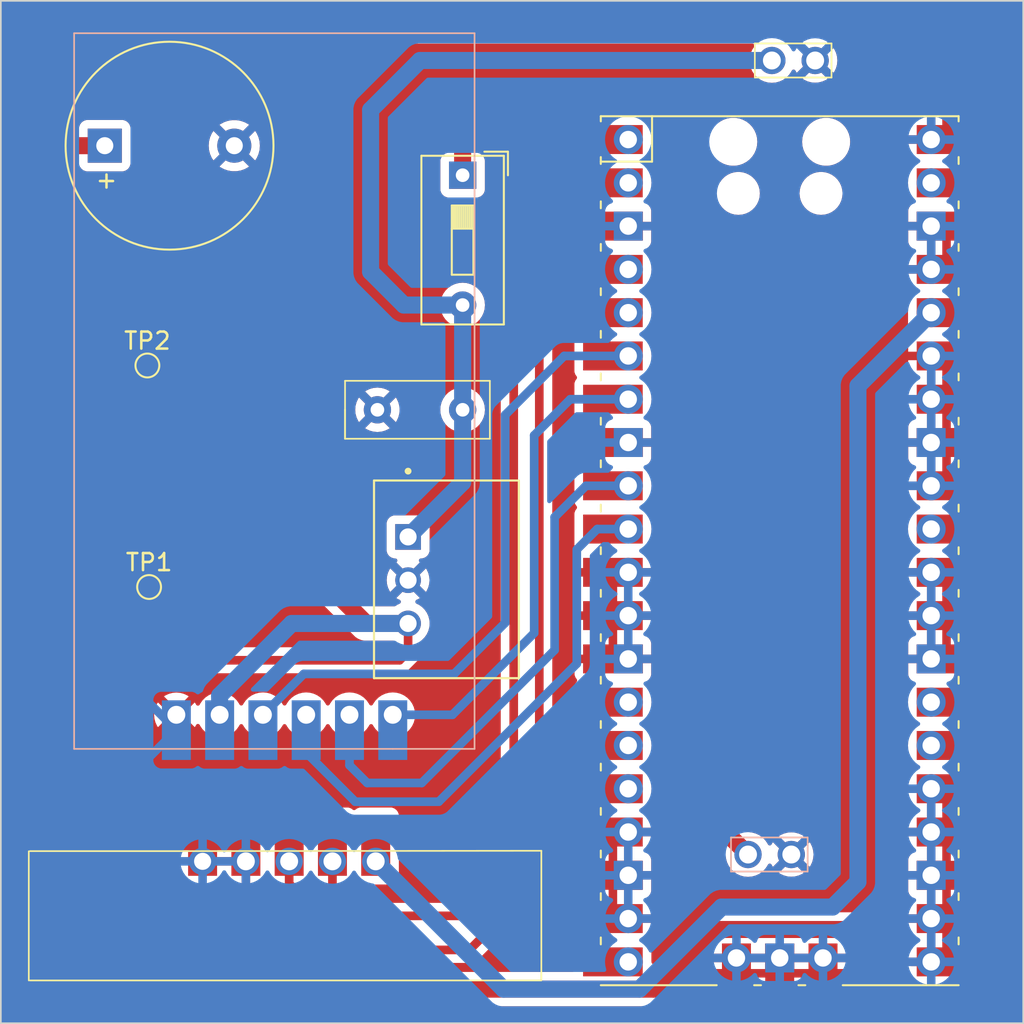
<source format=kicad_pcb>
(kicad_pcb (version 20240108) (generator "pcbnew") (generator_version "8.0")
  (title_block (title "SCALARV_AEROSAT_BOARD") (rev "v01") (comment 4 "Florian Topeza"))
  (layers (0 "F.Cu" signal) (31 "B.Cu" signal) (34 "B.Paste" user) (35 "F.Paste" user) (36 "B.SilkS" user "B.Silkscreen") (37 "F.SilkS" user "F.Silkscreen") (38 "B.Mask" user) (39 "F.Mask" user) (44 "Edge.Cuts" user))
  (net 0 "")
  (net 1 "/BUZZER")
  (net 2 "GND")
  (net 3 "+BATT")
  (net 4 "Net-(J1-Pin_1)")
  (net 5 "+5V")
  (net 6 "/GPS_TX")
  (net 7 "/GPS_RX")
  (net 8 "/LoRa_BUSY")
  (net 9 "/LoRa_CS")
  (net 10 "/SD_MISO")
  (net 11 "/SD_CS")
  (net 12 "/SD_CLK")
  (net 13 "/SD_MOSI")
  (net 14 "/LoRa_CLK")
  (net 15 "/LoRa_MOSI")
  (net 16 "/LoRa_MISO")
  (net 17 "/LORA_RST")
  (net 18 "/LORA_DIO1")
  (net 19 "/BAT_AD")
  (net 20 "+3.3V")
  (footprint "Librairie_empreintes_test:Battery_connector" (layer "F.Cu") (at 143.85 100.1)
    (property "Reference" "REF**" (hide yes))
    (property "Value" "Battery_connector" (hide yes))
    (fp_line (start -1 -1) (end 3.5 -1) (stroke (width 0.1)) (layer "B.SilkS"))
    (fp_line (start -1 1) (end -1 -1) (stroke (width 0.1)) (layer "B.SilkS"))
    (fp_line (start 3.5 -1) (end 3.5 1) (stroke (width 0.1)) (layer "B.SilkS"))
    (fp_line (start 3.5 1) (end -1 1) (stroke (width 0.1)) (layer "B.SilkS"))
    (pad "1" thru_hole circle (at 0 0) (size 1.6 1.6) (drill 1.05) (layers "*.Cu" "*.Mask") (net 3 "+BATT"))
    (pad "2" thru_hole circle (at 2.54 0) (size 1.6 1.6) (drill 1.05) (layers "*.Cu" "*.Mask") (net 2 "GND"))
  )
  (footprint "TDK_capacitors:FA23" (layer "F.Cu") (at 127.1 74 180)
    (property "Reference" "C1" (hide yes))
    (property "Value" "10µF" (hide yes))
    (fp_line (start 6.9 0) (end 6.9 1.7) (stroke (width 0.1)) (layer "F.SilkS"))
    (fp_line (start 6.9 0) (end 6.9 -1.7) (stroke (width 0.1)) (layer "F.SilkS"))
    (fp_line (start 6.9 -1.7) (end 6.9 0) (stroke (width 0.1)) (layer "F.SilkS"))
    (fp_line (start -1.6 1.7) (end 6.9 1.7) (stroke (width 0.1)) (layer "F.SilkS"))
    (fp_line (start -1.6 -1.7) (end 6.9 -1.7) (stroke (width 0.1)) (layer "F.SilkS"))
    (fp_line (start -1.6 -1.7) (end -1.6 1.7) (stroke (width 0.1)) (layer "F.SilkS"))
    (pad "1" thru_hole circle (at 0 0 180) (size 1.6 1.6) (drill 0.8) (layers "*.Cu" "*.Mask") (net 4 "Net-(J1-Pin_1)"))
    (pad "2" thru_hole circle (at 5 0 180) (size 1.6 1.6) (drill 0.8) (layers "*.Cu" "*.Mask") (net 2 "GND"))
  )
  (footprint "Catalex_microSD_adaptater:Catalex_microSD_adaptater" (layer "F.Cu") (at 123 91.9 -90)
    (property "Reference" "Micro_SD_Card1" (hide yes))
    (property "Value" "~Micro SD Card adapter" (hide yes))
    (fp_line (start -40 18.7) (end 2 18.7) (stroke (width 0.1)) (layer "B.SilkS"))
    (fp_line (start 2 18.7) (end 2 0) (stroke (width 0.1)) (layer "B.SilkS"))
    (fp_line (start 2 0) (end 2 -4.8) (stroke (width 0.1)) (layer "B.SilkS"))
    (fp_line (start -40 -4.8) (end -40 18.7) (stroke (width 0.1)) (layer "B.SilkS"))
    (fp_line (start 2 -4.8) (end -40 -4.8) (stroke (width 0.1)) (layer "B.SilkS"))
    (pad "1" thru_hole circle (at 0 0 270) (size 1.6 1.6) (drill 1.05) (layers "*.Cu" "*.Mask") (net 11 "/SD_CS"))
    (pad "1" smd rect (at 0 0 270) (size 3.5 1.7) (drill (offset 0.9 0)) (layers "B.Cu" "B.Mask") (net 11 "/SD_CS"))
    (pad "2" thru_hole circle (at 0 2.54 270) (size 1.6 1.6) (drill 1.05) (layers "*.Cu" "*.Mask") (net 12 "/SD_CLK"))
    (pad "2" smd rect (at 0 2.54 270) (size 3.5 1.7) (drill (offset 0.9 0)) (layers "B.Cu" "B.Mask") (net 12 "/SD_CLK"))
    (pad "3" thru_hole circle (at 0 5.08 270) (size 1.6 1.6) (drill 1.05) (layers "*.Cu" "*.Mask") (net 13 "/SD_MOSI"))
    (pad "3" smd rect (at 0 5.08 270) (size 3.5 1.7) (drill (offset 0.9 0)) (layers "B.Cu" "B.Mask") (net 13 "/SD_MOSI"))
    (pad "4" thru_hole circle (at 0 7.62 270) (size 1.6 1.6) (drill 1.05) (layers "*.Cu" "*.Mask") (net 10 "/SD_MISO"))
    (pad "4" smd rect (at 0 7.62 270) (size 3.5 1.7) (drill (offset 0.9 0)) (layers "B.Cu" "B.Mask") (net 10 "/SD_MISO"))
    (pad "5" thru_hole circle (at 0 10.16 270) (size 1.6 1.6) (drill 1.05) (layers "*.Cu" "*.Mask") (net 5 "+5V"))
    (pad "5" smd rect (at 0 10.16 270) (size 3.5 1.7) (drill (offset 0.9 0)) (layers "B.Cu" "B.Mask") (net 5 "+5V"))
    (pad "6" thru_hole circle (at 0 12.7 270) (size 1.6 1.6) (drill 1.05) (layers "*.Cu" "*.Mask") (net 2 "GND"))
    (pad "6" smd rect (at 0 12.7 270) (size 3.5 1.7) (drill (offset 0.9 0)) (layers "B.Cu" "B.Mask") (net 2 "GND"))
  )
  (footprint "TestPoint:TestPoint_Pad_D1.0mm" (layer "F.Cu") (at 108.7 84.4)
    (property "Reference" "TP1" (at 0 -1.448 0) (layer "F.SilkS"))
    (property "Value" "TestPoint" (hide yes))
    (fp_circle (center 0 0) (end 0 0.7) (stroke (width 0.12)) (fill none) (layer "F.SilkS"))
    (pad "1" smd circle (at 0 0) (size 1 1) (layers "F.Cu" "F.Mask") (net 5 "+5V"))
  )
  (footprint "Button_Switch_THT:SW_DIP_SPSTx01_Slide_9.78x4.72mm_W7.62mm_P2.54mm" (layer "F.Cu") (at 127.1 60.2325 -90)
    (property "Reference" "SW1" (hide yes))
    (property "Value" "SW_DIP_x01" (hide yes))
    (fp_line (start -1.14 2.42) (end 8.76 2.42) (stroke (width 0.12)) (layer "F.SilkS"))
    (fp_line (start 1.78 0.635) (end 5.84 0.635) (stroke (width 0.12)) (layer "F.SilkS"))
    (fp_line (start 5.84 0.635) (end 5.84 -0.635) (stroke (width 0.12)) (layer "F.SilkS"))
    (fp_line (start 1.78 0.565) (end 3.133333 0.565) (stroke (width 0.12)) (layer "F.SilkS"))
    (fp_line (start 1.78 0.445) (end 3.133333 0.445) (stroke (width 0.12)) (layer "F.SilkS"))
    (fp_line (start 1.78 0.325) (end 3.133333 0.325) (stroke (width 0.12)) (layer "F.SilkS"))
    (fp_line (start 1.78 0.205) (end 3.133333 0.205) (stroke (width 0.12)) (layer "F.SilkS"))
    (fp_line (start 1.78 0.085) (end 3.133333 0.085) (stroke (width 0.12)) (layer "F.SilkS"))
    (fp_line (start 1.78 -0.035) (end 3.133333 -0.035) (stroke (width 0.12)) (layer "F.SilkS"))
    (fp_line (start 1.78 -0.155) (end 3.133333 -0.155) (stroke (width 0.12)) (layer "F.SilkS"))
    (fp_line (start 1.78 -0.275) (end 3.133333 -0.275) (stroke (width 0.12)) (layer "F.SilkS"))
    (fp_line (start 1.78 -0.395) (end 3.133333 -0.395) (stroke (width 0.12)) (layer "F.SilkS"))
    (fp_line (start 1.78 -0.515) (end 3.133333 -0.515) (stroke (width 0.12)) (layer "F.SilkS"))
    (fp_line (start 1.78 -0.635) (end 1.78 0.635) (stroke (width 0.12)) (layer "F.SilkS"))
    (fp_line (start 3.133333 -0.635) (end 3.133333 0.635) (stroke (width 0.12)) (layer "F.SilkS"))
    (fp_line (start 5.84 -0.635) (end 1.78 -0.635) (stroke (width 0.12)) (layer "F.SilkS"))
    (fp_line (start -1.14 -2.42) (end -1.14 2.42) (stroke (width 0.12)) (layer "F.SilkS"))
    (fp_line (start -1.14 -2.42) (end 8.76 -2.42) (stroke (width 0.12)) (layer "F.SilkS"))
    (fp_line (start 8.76 -2.42) (end 8.76 2.42) (stroke (width 0.12)) (layer "F.SilkS"))
    (fp_line (start -1.38 -2.66) (end -1.38 -1.277) (stroke (width 0.12)) (layer "F.SilkS"))
    (fp_line (start -1.38 -2.66) (end 0.004 -2.66) (stroke (width 0.12)) (layer "F.SilkS"))
    (pad "1" thru_hole rect (at 0 0 270) (size 1.6 1.6) (drill 0.8) (layers "*.Cu" "*.Mask") (net 3 "+BATT"))
    (pad "2" thru_hole oval (at 7.62 0 270) (size 1.6 1.6) (drill 0.8) (layers "*.Cu" "*.Mask") (net 4 "Net-(J1-Pin_1)"))
  )
  (footprint "LS20031_GPS:LS20031_GPS_Vertical" (layer "F.Cu") (at 111.84 100.5 90)
    (property "Reference" "LS20031_GPS_TTL1" (hide yes))
    (property "Value" "GPS" (hide yes))
    (fp_line (start 0.59 -10.2) (end -6.99 -10.2) (stroke (width 0.1)) (layer "F.SilkS"))
    (fp_line (start -6.99 -10.13) (end -6.99 19.88) (stroke (width 0.1)) (layer "F.SilkS"))
    (fp_line (start 0.6 -0.8) (end 0.6 -10.13) (stroke (width 0.1)) (layer "F.SilkS"))
    (fp_line (start 0.62 19.88) (end 0.6 -0.8) (stroke (width 0.1)) (layer "F.SilkS"))
    (fp_line (start -6.98 19.88) (end 0.62 19.88) (stroke (width 0.1)) (layer "F.SilkS"))
    (pad "1" thru_hole circle (at 0 10.16 270) (size 1.6 1.6) (drill 1.05) (layers "*.Cu" "*.Mask") (net 20 "+3.3V"))
    (pad "1" smd rect (at 0 10.16 270) (size 3.5 1.7) (drill (offset -0.9 0)) (layers "F.Cu" "F.Mask") (net 20 "+3.3V"))
    (pad "2" thru_hole circle (at 0 7.62 270) (size 1.6 1.6) (drill 1.05) (layers "*.Cu" "*.Mask") (net 6 "/GPS_TX"))
    (pad "2" smd rect (at 0 7.62 270) (size 3.5 1.7) (drill (offset -0.9 0)) (layers "F.Cu" "F.Mask") (net 6 "/GPS_TX"))
    (pad "3" thru_hole circle (at 0 5.08 270) (size 1.6 1.6) (drill 1.05) (layers "*.Cu" "*.Mask") (net 7 "/GPS_RX"))
    (pad "3" smd rect (at 0 5.08 270) (size 3.5 1.7) (drill (offset -0.9 0)) (layers "F.Cu" "F.Mask") (net 7 "/GPS_RX"))
    (pad "4" thru_hole circle (at 0 2.54 270) (size 1.6 1.6) (drill 1.05) (layers "*.Cu" "*.Mask") (net 2 "GND"))
    (pad "4" smd rect (at 0 2.54 270) (size 3.5 1.7) (drill (offset -0.9 0)) (layers "F.Cu" "F.Mask") (net 2 "GND"))
    (pad "5" thru_hole circle (at 0 0 270) (size 1.6 1.6) (drill 1) (layers "*.Cu" "*.Mask") (net 2 "GND"))
    (pad "5" smd rect (at 0 0 270) (size 3.5 1.7) (drill (offset -0.9 0)) (layers "F.Cu" "F.Mask") (net 2 "GND"))
  )
  (footprint "RPi_Pico:RPi_Pico_SMD_TH" (layer "F.Cu") (at 145.71 82.27)
    (property "Reference" "Raspberry_Pico1" (hide yes))
    (property "Value" "~RP Pico" (hide yes))
    (fp_line (start -10.5 -25.5) (end -10.5 -25.2) (stroke (width 0.12)) (layer "F.SilkS"))
    (fp_line (start -10.5 -25.5) (end 10.5 -25.5) (stroke (width 0.12)) (layer "F.SilkS"))
    (fp_line (start -10.5 -23.1) (end -10.5 -22.7) (stroke (width 0.12)) (layer "F.SilkS"))
    (fp_line (start -10.5 -22.833) (end -7.493 -22.833) (stroke (width 0.12)) (layer "F.SilkS"))
    (fp_line (start -10.5 -20.5) (end -10.5 -20.1) (stroke (width 0.12)) (layer "F.SilkS"))
    (fp_line (start -10.5 -18) (end -10.5 -17.6) (stroke (width 0.12)) (layer "F.SilkS"))
    (fp_line (start -10.5 -15.4) (end -10.5 -15) (stroke (width 0.12)) (layer "F.SilkS"))
    (fp_line (start -10.5 -12.9) (end -10.5 -12.5) (stroke (width 0.12)) (layer "F.SilkS"))
    (fp_line (start -10.5 -10.4) (end -10.5 -10) (stroke (width 0.12)) (layer "F.SilkS"))
    (fp_line (start -10.5 -7.8) (end -10.5 -7.4) (stroke (width 0.12)) (layer "F.SilkS"))
    (fp_line (start -10.5 -5.3) (end -10.5 -4.9) (stroke (width 0.12)) (layer "F.SilkS"))
    (fp_line (start -10.5 -2.7) (end -10.5 -2.3) (stroke (width 0.12)) (layer "F.SilkS"))
    (fp_line (start -10.5 -0.2) (end -10.5 0.2) (stroke (width 0.12)) (layer "F.SilkS"))
    (fp_line (start -10.5 2.3) (end -10.5 2.7) (stroke (width 0.12)) (layer "F.SilkS"))
    (fp_line (start -10.5 4.9) (end -10.5 5.3) (stroke (width 0.12)) (layer "F.SilkS"))
    (fp_line (start -10.5 7.4) (end -10.5 7.8) (stroke (width 0.12)) (layer "F.SilkS"))
    (fp_line (start -10.5 10) (end -10.5 10.4) (stroke (width 0.12)) (layer "F.SilkS"))
    (fp_line (start -10.5 12.5) (end -10.5 12.9) (stroke (width 0.12)) (layer "F.SilkS"))
    (fp_line (start -10.5 15.1) (end -10.5 15.5) (stroke (width 0.12)) (layer "F.SilkS"))
    (fp_line (start -10.5 17.6) (end -10.5 18) (stroke (width 0.12)) (layer "F.SilkS"))
    (fp_line (start -10.5 20.1) (end -10.5 20.5) (stroke (width 0.12)) (layer "F.SilkS"))
    (fp_line (start -10.5 22.7) (end -10.5 23.1) (stroke (width 0.12)) (layer "F.SilkS"))
    (fp_line (start -7.493 -22.833) (end -7.493 -25.5) (stroke (width 0.12)) (layer "F.SilkS"))
    (fp_line (start -3.7 25.5) (end -10.5 25.5) (stroke (width 0.12)) (layer "F.SilkS"))
    (fp_line (start -1.5 25.5) (end -1.1 25.5) (stroke (width 0.12)) (layer "F.SilkS"))
    (fp_line (start 1.1 25.5) (end 1.5 25.5) (stroke (width 0.12)) (layer "F.SilkS"))
    (fp_line (start 10.5 -25.5) (end 10.5 -25.2) (stroke (width 0.12)) (layer "F.SilkS"))
    (fp_line (start 10.5 -23.1) (end 10.5 -22.7) (stroke (width 0.12)) (layer "F.SilkS"))
    (fp_line (start 10.5 -20.5) (end 10.5 -20.1) (stroke (width 0.12)) (layer "F.SilkS"))
    (fp_line (start 10.5 -18) (end 10.5 -17.6) (stroke (width 0.12)) (layer "F.SilkS"))
    (fp_line (start 10.5 -15.4) (end 10.5 -15) (stroke (width 0.12)) (layer "F.SilkS"))
    (fp_line (start 10.5 -12.9) (end 10.5 -12.5) (stroke (width 0.12)) (layer "F.SilkS"))
    (fp_line (start 10.5 -10.4) (end 10.5 -10) (stroke (width 0.12)) (layer "F.SilkS"))
    (fp_line (start 10.5 -7.8) (end 10.5 -7.4) (stroke (width 0.12)) (layer "F.SilkS"))
    (fp_line (start 10.5 -5.3) (end 10.5 -4.9) (stroke (width 0.12)) (layer "F.SilkS"))
    (fp_line (start 10.5 -2.7) (end 10.5 -2.3) (stroke (width 0.12)) (layer "F.SilkS"))
    (fp_line (start 10.5 -0.2) (end 10.5 0.2) (stroke (width 0.12)) (layer "F.SilkS"))
    (fp_line (start 10.5 2.3) (end 10.5 2.7) (stroke (width 0.12)) (layer "F.SilkS"))
    (fp_line (start 10.5 4.9) (end 10.5 5.3) (stroke (width 0.12)) (layer "F.SilkS"))
    (fp_line (start 10.5 7.4) (end 10.5 7.8) (stroke (width 0.12)) (layer "F.SilkS"))
    (fp_line (start 10.5 10) (end 10.5 10.4) (stroke (width 0.12)) (layer "F.SilkS"))
    (fp_line (start 10.5 12.5) (end 10.5 12.9) (stroke (width 0.12)) (layer "F.SilkS"))
    (fp_line (start 10.5 15.1) (end 10.5 15.5) (stroke (width 0.12)) (layer "F.SilkS"))
    (fp_line (start 10.5 17.6) (end 10.5 18) (stroke (width 0.12)) (layer "F.SilkS"))
    (fp_line (start 10.5 20.1) (end 10.5 20.5) (stroke (width 0.12)) (layer "F.SilkS"))
    (fp_line (start 10.5 22.7) (end 10.5 23.1) (stroke (width 0.12)) (layer "F.SilkS"))
    (fp_line (start 10.5 25.5) (end 3.7 25.5) (stroke (width 0.12)) (layer "F.SilkS"))
    (pad "" np_thru_hole oval (at -2.725 -24) (size 1.8 1.8) (drill 1.8) (layers "*.Cu" "*.Mask"))
    (pad "" np_thru_hole oval (at -2.425 -20.97) (size 1.5 1.5) (drill 1.5) (layers "*.Cu" "*.Mask"))
    (pad "" np_thru_hole oval (at 2.425 -20.97) (size 1.5 1.5) (drill 1.5) (layers "*.Cu" "*.Mask"))
    (pad "" np_thru_hole oval (at 2.725 -24) (size 1.8 1.8) (drill 1.8) (layers "*.Cu" "*.Mask"))
    (pad "1" thru_hole oval (at -8.89 -24.13) (size 1.7 1.7) (drill 1.02) (layers "*.Cu" "*.Mask") (net 6 "/GPS_TX"))
    (pad "1" smd rect (at -8.89 -24.13) (size 3.5 1.7) (drill (offset -0.9 0)) (layers "F.Cu" "F.Mask") (net 6 "/GPS_TX"))
    (pad "2" thru_hole oval (at -8.89 -21.59) (size 1.7 1.7) (drill 1.02) (layers "*.Cu" "*.Mask") (net 7 "/GPS_RX"))
    (pad "2" smd rect (at -8.89 -21.59) (size 3.5 1.7) (drill (offset -0.9 0)) (layers "F.Cu" "F.Mask") (net 7 "/GPS_RX"))
    (pad "3" thru_hole rect (at -8.89 -19.05) (size 1.7 1.7) (drill 1.02) (layers "*.Cu" "*.Mask") (net 2 "GND"))
    (pad "3" smd rect (at -8.89 -19.05) (size 3.5 1.7) (drill (offset -0.9 0)) (layers "F.Cu" "F.Mask") (net 2 "GND"))
    (pad "4" thru_hole oval (at -8.89 -16.51) (size 1.7 1.7) (drill 1.02) (layers "*.Cu" "*.Mask") (net 8 "/LoRa_BUSY"))
    (pad "4" smd rect (at -8.89 -16.51) (size 3.5 1.7) (drill (offset -0.9 0)) (layers "F.Cu" "F.Mask") (net 8 "/LoRa_BUSY"))
    (pad "5" thru_hole oval (at -8.89 -13.97) (size 1.7 1.7) (drill 1.02) (layers "*.Cu" "*.Mask") (net 9 "/LoRa_CS"))
    (pad "5" smd rect (at -8.89 -13.97) (size 3.5 1.7) (drill (offset -0.9 0)) (layers "F.Cu" "F.Mask") (net 9 "/LoRa_CS"))
    (pad "6" thru_hole oval (at -8.89 -11.43) (size 1.7 1.7) (drill 1.02) (layers "*.Cu" "*.Mask") (net 10 "/SD_MISO"))
    (pad "6" smd rect (at -8.89 -11.43) (size 3.5 1.7) (drill (offset -0.9 0)) (layers "F.Cu" "F.Mask") (net 10 "/SD_MISO"))
    (pad "7" thru_hole oval (at -8.89 -8.89) (size 1.7 1.7) (drill 1.02) (layers "*.Cu" "*.Mask") (net 11 "/SD_CS"))
    (pad "7" smd rect (at -8.89 -8.89) (size 3.5 1.7) (drill (offset -0.9 0)) (layers "F.Cu" "F.Mask") (net 11 "/SD_CS"))
    (pad "8" thru_hole rect (at -8.89 -6.35) (size 1.7 1.7) (drill 1.02) (layers "*.Cu" "*.Mask") (net 2 "GND"))
    (pad "8" smd rect (at -8.89 -6.35) (size 3.5 1.7) (drill (offset -0.9 0)) (layers "F.Cu" "F.Mask") (net 2 "GND"))
    (pad "9" thru_hole oval (at -8.89 -3.81) (size 1.7 1.7) (drill 1.02) (layers "*.Cu" "*.Mask") (net 12 "/SD_CLK"))
    (pad "9" smd rect (at -8.89 -3.81) (size 3.5 1.7) (drill (offset -0.9 0)) (layers "F.Cu" "F.Mask") (net 12 "/SD_CLK"))
    (pad "10" thru_hole oval (at -8.89 -1.27) (size 1.7 1.7) (drill 1.02) (layers "*.Cu" "*.Mask") (net 13 "/SD_MOSI"))
    (pad "10" smd rect (at -8.89 -1.27) (size 3.5 1.7) (drill (offset -0.9 0)) (layers "F.Cu" "F.Mask") (net 13 "/SD_MOSI"))
    (pad "11" thru_hole oval (at -8.89 1.27) (size 1.7 1.7) (drill 1.02) (layers "*.Cu" "*.Mask") (net 2 "GND"))
    (pad "11" smd rect (at -8.89 1.27) (size 3.5 1.7) (drill (offset -0.9 0)) (layers "F.Cu" "F.Mask") (net 2 "GND"))
    (pad "12" thru_hole oval (at -8.89 3.81) (size 1.7 1.7) (drill 1.02) (layers "*.Cu" "*.Mask") (net 2 "GND"))
    (pad "12" smd rect (at -8.89 3.81) (size 3.5 1.7) (drill (offset -0.9 0)) (layers "F.Cu" "F.Mask") (net 2 "GND"))
    (pad "13" thru_hole rect (at -8.89 6.35) (size 1.7 1.7) (drill 1.02) (layers "*.Cu" "*.Mask") (net 2 "GND"))
    (pad "13" smd rect (at -8.89 6.35) (size 3.5 1.7) (drill (offset -0.9 0)) (layers "F.Cu" "F.Mask") (net 2 "GND"))
    (pad "14" thru_hole oval (at -8.89 8.89) (size 1.7 1.7) (drill 1.02) (layers "*.Cu" "*.Mask") (net 14 "/LoRa_CLK"))
    (pad "14" smd rect (at -8.89 8.89) (size 3.5 1.7) (drill (offset -0.9 0)) (layers "F.Cu" "F.Mask") (net 14 "/LoRa_CLK"))
    (pad "15" thru_hole oval (at -8.89 11.43) (size 1.7 1.7) (drill 1.02) (layers "*.Cu" "*.Mask") (net 15 "/LoRa_MOSI"))
    (pad "15" smd rect (at -8.89 11.43) (size 3.5 1.7) (drill (offset -0.9 0)) (layers "F.Cu" "F.Mask") (net 15 "/LoRa_MOSI"))
    (pad "16" thru_hole oval (at -8.89 13.97) (size 1.7 1.7) (drill 1.02) (layers "*.Cu" "*.Mask") (net 16 "/LoRa_MISO"))
    (pad "16" smd rect (at -8.89 13.97) (size 3.5 1.7) (drill (offset -0.9 0)) (layers "F.Cu" "F.Mask") (net 16 "/LoRa_MISO"))
    (pad "17" thru_hole oval (at -8.89 16.51) (size 1.7 1.7) (drill 1.02) (layers "*.Cu" "*.Mask") (net 2 "GND"))
    (pad "17" smd rect (at -8.89 16.51) (size 3.5 1.7) (drill (offset -0.9 0)) (layers "F.Cu" "F.Mask") (net 2 "GND"))
    (pad "18" thru_hole rect (at -8.89 19.05) (size 1.7 1.7) (drill 1.02) (layers "*.Cu" "*.Mask") (net 2 "GND"))
    (pad "18" smd rect (at -8.89 19.05) (size 3.5 1.7) (drill (offset -0.9 0)) (layers "F.Cu" "F.Mask") (net 2 "GND"))
    (pad "19" thru_hole oval (at -8.89 21.59) (size 1.7 1.7) (drill 1.02) (layers "*.Cu" "*.Mask") (net 2 "GND"))
    (pad "19" smd rect (at -8.89 21.59) (size 3.5 1.7) (drill (offset -0.9 0)) (layers "F.Cu" "F.Mask") (net 2 "GND"))
    (pad "20" thru_hole oval (at -8.89 24.13) (size 1.7 1.7) (drill 1.02) (layers "*.Cu" "*.Mask") (net 17 "/LORA_RST"))
    (pad "20" smd rect (at -8.89 24.13) (size 3.5 1.7) (drill (offset -0.9 0)) (layers "F.Cu" "F.Mask") (net 17 "/LORA_RST"))
    (pad "21" thru_hole oval (at 8.89 24.13) (size 1.7 1.7) (drill 1.02) (layers "*.Cu" "*.Mask") (net 2 "GND"))
    (pad "21" smd rect (at 8.89 24.13) (size 3.5 1.7) (drill (offset 0.9 0)) (layers "F.Cu" "F.Mask") (net 2 "GND"))
    (pad "22" thru_hole oval (at 8.89 21.59) (size 1.7 1.7) (drill 1.02) (layers "*.Cu" "*.Mask") (net 2 "GND"))
    (pad "22" smd rect (at 8.89 21.59) (size 3.5 1.7) (drill (offset 0.9 0)) (layers "F.Cu" "F.Mask") (net 2 "GND"))
    (pad "23" thru_hole rect (at 8.89 19.05) (size 1.7 1.7) (drill 1.02) (layers "*.Cu" "*.Mask") (net 2 "GND"))
    (pad "23" smd rect (at 8.89 19.05) (size 3.5 1.7) (drill (offset 0.9 0)) (layers "F.Cu" "F.Mask") (net 2 "GND"))
    (pad "24" thru_hole oval (at 8.89 16.51) (size 1.7 1.7) (drill 1.02) (layers "*.Cu" "*.Mask") (net 2 "GND"))
    (pad "24" smd rect (at 8.89 16.51) (size 3.5 1.7) (drill (offset 0.9 0)) (layers "F.Cu" "F.Mask") (net 2 "GND"))
    (pad "25" thru_hole oval (at 8.89 13.97) (size 1.7 1.7) (drill 1.02) (layers "*.Cu" "*.Mask") (net 2 "GND"))
    (pad "25" smd rect (at 8.89 13.97) (size 3.5 1.7) (drill (offset 0.9 0)) (layers "F.Cu" "F.Mask") (net 2 "GND"))
    (pad "26" thru_hole oval (at 8.89 11.43) (size 1.7 1.7) (drill 1.02) (layers "*.Cu" "*.Mask") (net 18 "/LORA_DIO1"))
    (pad "26" smd rect (at 8.89 11.43) (size 3.5 1.7) (drill (offset 0.9 0)) (layers "F.Cu" "F.Mask") (net 18 "/LORA_DIO1"))
    (pad "27" thru_hole oval (at 8.89 8.89) (size 1.7 1.7) (drill 1.02) (layers "*.Cu" "*.Mask") (net 1 "/BUZZER"))
    (pad "27" smd rect (at 8.89 8.89) (size 3.5 1.7) (drill (offset 0.9 0)) (layers "F.Cu" "F.Mask") (net 1 "/BUZZER"))
    (pad "28" thru_hole rect (at 8.89 6.35) (size 1.7 1.7) (drill 1.02) (layers "*.Cu" "*.Mask") (net 2 "GND"))
    (pad "28" smd rect (at 8.89 6.35) (size 3.5 1.7) (drill (offset 0.9 0)) (layers "F.Cu" "F.Mask") (net 2 "GND"))
    (pad "29" thru_hole oval (at 8.89 3.81) (size 1.7 1.7) (drill 1.02) (layers "*.Cu" "*.Mask") (net 2 "GND"))
    (pad "29" smd rect (at 8.89 3.81) (size 3.5 1.7) (drill (offset 0.9 0)) (layers "F.Cu" "F.Mask") (net 2 "GND"))
    (pad "30" thru_hole oval (at 8.89 1.27) (size 1.7 1.7) (drill 1.02) (layers "*.Cu" "*.Mask") (net 2 "GND"))
    (pad "30" smd rect (at 8.89 1.27) (size 3.5 1.7) (drill (offset 0.9 0)) (layers "F.Cu" "F.Mask") (net 2 "GND"))
    (pad "31" thru_hole oval (at 8.89 -1.27) (size 1.7 1.7) (drill 1.02) (layers "*.Cu" "*.Mask") (net 19 "/BAT_AD"))
    (pad "31" smd rect (at 8.89 -1.27) (size 3.5 1.7) (drill (offset 0.9 0)) (layers "F.Cu" "F.Mask") (net 19 "/BAT_AD"))
    (pad "32" thru_hole oval (at 8.89 -3.81) (size 1.7 1.7) (drill 1.02) (layers "*.Cu" "*.Mask") (net 2 "GND"))
    (pad "32" smd rect (at 8.89 -3.81) (size 3.5 1.7) (drill (offset 0.9 0)) (layers "F.Cu" "F.Mask") (net 2 "GND"))
    (pad "33" thru_hole rect (at 8.89 -6.35) (size 1.7 1.7) (drill 1.02) (layers "*.Cu" "*.Mask") (net 2 "GND"))
    (pad "33" smd rect (at 8.89 -6.35) (size 3.5 1.7) (drill (offset 0.9 0)) (layers "F.Cu" "F.Mask") (net 2 "GND"))
    (pad "34" thru_hole oval (at 8.89 -8.89) (size 1.7 1.7) (drill 1.02) (layers "*.Cu" "*.Mask") (net 2 "GND"))
    (pad "34" smd rect (at 8.89 -8.89) (size 3.5 1.7) (drill (offset 0.9 0)) (layers "F.Cu" "F.Mask") (net 2 "GND"))
    (pad "35" thru_hole oval (at 8.89 -11.43) (size 1.7 1.7) (drill 1.02) (layers "*.Cu" "*.Mask") (net 2 "GND"))
    (pad "35" smd rect (at 8.89 -11.43) (size 3.5 1.7) (drill (offset 0.9 0)) (layers "F.Cu" "F.Mask") (net 2 "GND"))
    (pad "36" thru_hole oval (at 8.89 -13.97) (size 1.7 1.7) (drill 1.02) (layers "*.Cu" "*.Mask") (net 20 "+3.3V"))
    (pad "36" smd rect (at 8.89 -13.97) (size 3.5 1.7) (drill (offset 0.9 0)) (layers "F.Cu" "F.Mask") (net 20 "+3.3V"))
    (pad "37" thru_hole oval (at 8.89 -16.51) (size 1.7 1.7) (drill 1.02) (layers "*.Cu" "*.Mask") (net 2 "GND"))
    (pad "37" smd rect (at 8.89 -16.51) (size 3.5 1.7) (drill (offset 0.9 0)) (layers "F.Cu" "F.Mask") (net 2 "GND"))
    (pad "38" thru_hole rect (at 8.89 -19.05) (size 1.7 1.7) (drill 1.02) (layers "*.Cu" "*.Mask") (net 2 "GND"))
    (pad "38" smd rect (at 8.89 -19.05) (size 3.5 1.7) (drill (offset 0.9 0)) (layers "F.Cu" "F.Mask") (net 2 "GND"))
    (pad "39" thru_hole oval (at 8.89 -21.59) (size 1.7 1.7) (drill 1.02) (layers "*.Cu" "*.Mask") (net 5 "+5V"))
    (pad "39" smd rect (at 8.89 -21.59) (size 3.5 1.7) (drill (offset 0.9 0)) (layers "F.Cu" "F.Mask") (net 5 "+5V"))
    (pad "40" thru_hole oval (at 8.89 -24.13) (size 1.7 1.7) (drill 1.02) (layers "*.Cu" "*.Mask") (net 2 "GND"))
    (pad "40" smd rect (at 8.89 -24.13) (size 3.5 1.7) (drill (offset 0.9 0)) (layers "F.Cu" "F.Mask") (net 2 "GND"))
    (pad "41" thru_hole oval (at -2.54 23.9) (size 1.7 1.7) (drill 1.02) (layers "*.Cu" "*.Mask") (net 2 "GND"))
    (pad "41" smd rect (at -2.54 23.9 90) (size 3.5 1.7) (drill (offset -0.9 0)) (layers "F.Cu" "F.Mask") (net 2 "GND"))
    (pad "42" thru_hole rect (at 0 23.9) (size 1.7 1.7) (drill 1.02) (layers "*.Cu" "*.Mask") (net 2 "GND"))
    (pad "42" smd rect (at 0 23.9 90) (size 3.5 1.7) (drill (offset -0.9 0)) (layers "F.Cu" "F.Mask") (net 2 "GND"))
    (pad "43" thru_hole oval (at 2.54 23.9) (size 1.7 1.7) (drill 1.02) (layers "*.Cu" "*.Mask") (net 2 "GND"))
    (pad "43" smd rect (at 2.54 23.9 90) (size 3.5 1.7) (drill (offset -0.9 0)) (layers "F.Cu" "F.Mask") (net 2 "GND"))
  )
  (footprint "Muon_detector_connector:Connecteur VIN Arduino" (layer "F.Cu") (at 145.25 53.5 90)
    (property "Reference" "J1" (hide yes))
    (property "Value" "Conn_01x02" (hide yes))
    (fp_line (start 1 -1) (end 1 3.5) (stroke (width 0.1)) (layer "F.SilkS"))
    (fp_line (start -1 -1) (end 1 -1) (stroke (width 0.1)) (layer "F.SilkS"))
    (fp_line (start 1 3.5) (end -1 3.5) (stroke (width 0.1)) (layer "F.SilkS"))
    (fp_line (start -1 3.5) (end -1 -1) (stroke (width 0.1)) (layer "F.SilkS"))
    (pad "1" thru_hole circle (at 0 0 90) (size 1.6 1.6) (drill 1.05) (layers "*.Cu" "*.Mask") (net 4 "Net-(J1-Pin_1)"))
    (pad "2" thru_hole circle (at 0 2.54 90) (size 1.6 1.6) (drill 1.05) (layers "*.Cu" "*.Mask") (net 2 "GND"))
  )
  (footprint "R-78E5.0-0.5:CONV_R-78E5.0-0.5" (layer "F.Cu") (at 126.15 84 -90)
    (property "Reference" "PS1" (hide yes))
    (property "Value" "R-78E5.0-0.5" (hide yes))
    (fp_line (start -5.85 4.25) (end 5.75 4.25) (stroke (width 0.127)) (layer "F.SilkS"))
    (fp_line (start 5.75 4.25) (end 5.75 -4.25) (stroke (width 0.127)) (layer "F.SilkS"))
    (fp_line (start -5.85 -4.25) (end -5.85 4.25) (stroke (width 0.127)) (layer "F.SilkS"))
    (fp_line (start 5.75 -4.25) (end -5.85 -4.25) (stroke (width 0.127)) (layer "F.SilkS"))
    (fp_circle (center -6.4 2.25) (end -6.3 2.25) (stroke (width 0.2)) (fill none) (layer "F.SilkS"))
    (pad "1" thru_hole rect (at -2.54 2.25 270) (size 1.508 1.508) (drill 1) (layers "*.Cu" "*.Mask") (net 4 "Net-(J1-Pin_1)"))
    (pad "2" thru_hole circle (at 0 2.25 270) (size 1.508 1.508) (drill 1) (layers "*.Cu" "*.Mask") (net 2 "GND"))
    (pad "3" thru_hole circle (at 2.54 2.25 270) (size 1.508 1.508) (drill 1) (layers "*.Cu" "*.Mask") (net 5 "+5V"))
  )
  (footprint "Buzzer_Beeper:Buzzer_12x9.5RM7.6" (layer "F.Cu") (at 106.1 58.5)
    (property "Reference" "BZ1" (hide yes))
    (property "Value" "Buzzer" (hide yes))
    (fp_circle (center 3.8 0) (end 9.9 0) (stroke (width 0.12)) (fill none) (layer "F.SilkS"))
    (fp_text user "+" (at 0.1 2 0) (layer "F.SilkS"))
    (pad "1" thru_hole rect (at 0 0) (size 2 2) (drill 1) (layers "*.Cu" "*.Mask") (net 1 "/BUZZER"))
    (pad "2" thru_hole circle (at 7.6 0) (size 2 2) (drill 1) (layers "*.Cu" "*.Mask") (net 2 "GND"))
  )
  (footprint "TestPoint:TestPoint_Pad_D1.0mm" (layer "F.Cu") (at 108.6 71.4)
    (property "Reference" "TP2" (at 0 -1.448 0) (layer "F.SilkS"))
    (property "Value" "TestPoint" (hide yes))
    (fp_circle (center 0 0) (end 0 0.7) (stroke (width 0.12)) (fill none) (layer "F.SilkS"))
    (pad "1" smd circle (at 0 0) (size 1 1) (layers "F.Cu" "F.Mask") (net 2 "GND"))
  )
  (gr_line (start 100 110) (end 160 110) (stroke (width 0.1)) (layer "Edge.Cuts"))
  (gr_line (start 160 50) (end 160 110) (stroke (width 0.1)) (layer "Edge.Cuts"))
  (gr_line (start 100 110) (end 100 50) (stroke (width 0.1)) (layer "Edge.Cuts"))
  (gr_line (start 160 50) (end 100 50) (stroke (width 0.1)) (layer "Edge.Cuts"))
  (segment (start 105.4 59.2) (end 106.1 58.5) (width 0.508) (layer "F.Cu") (net 1))
  (segment (start 153.8 108.5) (end 157.5 108.5) (width 1) (layer "F.Cu") (net 1))
  (segment (start 149.8 104.5) (end 153.8 108.5) (width 1) (layer "F.Cu") (net 1))
  (segment (start 157.5 108.5) (end 158.4 107.6) (width 1) (layer "F.Cu") (net 1))
  (segment (start 141.82 104.5) (end 149.8 104.5) (width 1) (layer "F.Cu") (net 1))
  (segment (start 116.5 108) (end 138.32 108) (width 1) (layer "F.Cu") (net 1))
  (segment (start 138.32 108) (end 141.82 104.5) (width 1) (layer "F.Cu") (net 1))
  (segment (start 158.4 92.6) (end 156.96 91.16) (width 1) (layer "F.Cu") (net 1))
  (segment (start 158.4 107.6) (end 158.4 92.6) (width 1) (layer "F.Cu") (net 1))
  (segment (start 104.3 58.5) (end 102.1 60.7) (width 1) (layer "F.Cu") (net 1))
  (segment (start 156.96 91.16) (end 154.6 91.16) (width 1) (layer "F.Cu") (net 1))
  (segment (start 102.1 93.6) (end 116.5 108) (width 1) (layer "F.Cu") (net 1))
  (segment (start 102.1 60.7) (end 102.1 93.6) (width 1) (layer "F.Cu") (net 1))
  (segment (start 106.1 58.5) (end 104.3 58.5) (width 1) (layer "F.Cu") (net 1))
  (segment (start 154.5 96.34) (end 154.6 96.24) (width 0.508) (layer "F.Cu") (net 2))
  (segment (start 139.5 55.8) (end 128.7 55.8) (width 1) (layer "F.Cu") (net 3))
  (segment (start 127.1 57.4) (end 127.1 60.2325) (width 1) (layer "F.Cu") (net 3))
  (segment (start 141 57.3) (end 141 97.25) (width 1) (layer "F.Cu") (net 3))
  (segment (start 141 57.3) (end 139.5 55.8) (width 1) (layer "F.Cu") (net 3))
  (segment (start 128.7 55.8) (end 127.1 57.4) (width 1) (layer "F.Cu") (net 3))
  (segment (start 141 97.25) (end 143.85 100.1) (width 1) (layer "F.Cu") (net 3))
  (segment (start 121.7 56.4) (end 124.6 53.5) (width 1) (layer "B.Cu") (net 4))
  (segment (start 127.1 74) (end 127.1 78.26) (width 1) (layer "B.Cu") (net 4))
  (segment (start 127.1 78.26) (end 123.9 81.46) (width 1) (layer "B.Cu") (net 4))
  (segment (start 123.6525 67.8525) (end 121.7 65.9) (width 1) (layer "B.Cu") (net 4))
  (segment (start 127.1 67.8525) (end 123.6525 67.8525) (width 1) (layer "B.Cu") (net 4))
  (segment (start 124.6 53.5) (end 145.25 53.5) (width 1) (layer "B.Cu") (net 4))
  (segment (start 127.1 67.8525) (end 127.1 74) (width 1) (layer "B.Cu") (net 4))
  (segment (start 121.7 65.9) (end 121.7 56.4) (width 1) (layer "B.Cu") (net 4))
  (segment (start 116.6 57.2) (end 116.6 81.7) (width 1) (layer "F.Cu") (net 5))
  (segment (start 122.3 51.5) (end 116.6 57.2) (width 1) (layer "F.Cu") (net 5))
  (segment (start 108.7 86.5) (end 110.9 88.7) (width 0.508) (layer "F.Cu") (net 5))
  (segment (start 158 59.74) (end 158 56) (width 1) (layer "F.Cu") (net 5))
  (segment (start 158 56) (end 153.5 51.5) (width 1) (layer "F.Cu") (net 5))
  (segment (start 154.7 60.78) (end 154.6 60.68) (width 0.508) (layer "F.Cu") (net 5))
  (segment (start 123.9 88.2) (end 123.9 86.54) (width 0.508) (layer "F.Cu") (net 5))
  (segment (start 116.6 81.7) (end 121.44 86.54) (width 1) (layer "F.Cu") (net 5))
  (segment (start 153.5 51.5) (end 122.3 51.5) (width 1) (layer "F.Cu") (net 5))
  (segment (start 108.7 84.4) (end 108.7 86.5) (width 0.508) (layer "F.Cu") (net 5))
  (segment (start 121.44 86.54) (end 123.9 86.54) (width 1) (layer "F.Cu") (net 5))
  (segment (start 157.06 60.68) (end 158 59.74) (width 1) (layer "F.Cu") (net 5))
  (segment (start 154.6 60.68) (end 157.06 60.68) (width 1) (layer "F.Cu") (net 5))
  (segment (start 110.9 88.7) (end 123.4 88.7) (width 0.508) (layer "F.Cu") (net 5))
  (segment (start 123.4 88.7) (end 123.9 88.2) (width 0.508) (layer "F.Cu") (net 5))
  (segment (start 112.84 90.76863) (end 117.06863 86.54) (width 1) (layer "B.Cu") (net 5))
  (segment (start 112.84 91.9) (end 112.84 90.76863) (width 1) (layer "B.Cu") (net 5))
  (segment (start 117.06863 86.54) (end 123.9 86.54) (width 1) (layer "B.Cu") (net 5))
  (segment (start 136.82 58.14) (end 132.26 58.14) (width 0.508) (layer "F.Cu") (net 6))
  (segment (start 130.1 100.5) (end 126.9 103.7) (width 0.508) (layer "F.Cu") (net 6))
  (segment (start 119.46 102.06) (end 119.46 100.5) (width 0.508) (layer "F.Cu") (net 6))
  (segment (start 132.26 58.14) (end 130.1 60.3) (width 0.508) (layer "F.Cu") (net 6))
  (segment (start 121.1 103.7) (end 119.46 102.06) (width 0.508) (layer "F.Cu") (net 6))
  (segment (start 126.9 103.7) (end 121.1 103.7) (width 0.508) (layer "F.Cu") (net 6))
  (segment (start 130.1 60.3) (end 130.1 100.5) (width 0.508) (layer "F.Cu") (net 6))
  (segment (start 134.852 60.68) (end 136.82 60.68) (width 0.508) (layer "F.Cu") (net 7))
  (segment (start 131.6 63.932) (end 134.852 60.68) (width 0.508) (layer "F.Cu") (net 7))
  (segment (start 120.8 105.7) (end 127.5 105.7) (width 0.508) (layer "F.Cu") (net 7))
  (segment (start 116.92 101.82) (end 120.8 105.7) (width 0.508) (layer "F.Cu") (net 7))
  (segment (start 116.92 100.5) (end 116.92 101.82) (width 0.508) (layer "F.Cu") (net 7))
  (segment (start 131.6 101.6) (end 131.6 63.932) (width 0.508) (layer "F.Cu") (net 7))
  (segment (start 127.5 105.7) (end 131.6 101.6) (width 0.508) (layer "F.Cu") (net 7))
  (segment (start 133.06 70.84) (end 136.82 70.84) (width 0.508) (layer "B.Cu") (net 10))
  (segment (start 115.38 91.9) (end 117.78 89.5) (width 0.508) (layer "B.Cu") (net 10))
  (segment (start 129.6 86.5) (end 129.6 74.3) (width 0.508) (layer "B.Cu") (net 10))
  (segment (start 126.6 89.5) (end 129.6 86.5) (width 0.508) (layer "B.Cu") (net 10))
  (segment (start 117.78 89.5) (end 126.6 89.5) (width 0.508) (layer "B.Cu") (net 10))
  (segment (start 129.6 74.3) (end 133.06 70.84) (width 0.508) (layer "B.Cu") (net 10))
  (segment (start 131.3 75.5) (end 133.42 73.38) (width 0.508) (layer "B.Cu") (net 11))
  (segment (start 123 91.9) (end 126.5 91.9) (width 0.508) (layer "B.Cu") (net 11))
  (segment (start 126.5 91.9) (end 131.3 87.1) (width 0.508) (layer "B.Cu") (net 11))
  (segment (start 131.3 87.1) (end 131.3 75.5) (width 0.508) (layer "B.Cu") (net 11))
  (segment (start 133.42 73.38) (end 136.82 73.38) (width 0.508) (layer "B.Cu") (net 11))
  (segment (start 120.46 91.9) (end 120.46 94.86) (width 0.508) (layer "B.Cu") (net 12))
  (segment (start 134.34 78.46) (end 136.82 78.46) (width 0.508) (layer "B.Cu") (net 12))
  (segment (start 124.7 95.9) (end 132.5 88.1) (width 0.508) (layer "B.Cu") (net 12))
  (segment (start 121.5 95.9) (end 124.7 95.9) (width 0.508) (layer "B.Cu") (net 12))
  (segment (start 120.46 94.86) (end 121.5 95.9) (width 0.508) (layer "B.Cu") (net 12))
  (segment (start 132.5 80.3) (end 134.34 78.46) (width 0.508) (layer "B.Cu") (net 12))
  (segment (start 132.5 88.1) (end 132.5 80.3) (width 0.508) (layer "B.Cu") (net 12))
  (segment (start 125.7 97) (end 133.8 88.9) (width 0.508) (layer "B.Cu") (net 13))
  (segment (start 120.8 97) (end 125.7 97) (width 0.508) (layer "B.Cu") (net 13))
  (segment (start 133.8 82.2) (end 135 81) (width 0.508) (layer "B.Cu") (net 13))
  (segment (start 117.92 91.9) (end 117.92 94.12) (width 0.508) (layer "B.Cu") (net 13))
  (segment (start 135 81) (end 136.82 81) (width 0.508) (layer "B.Cu") (net 13))
  (segment (start 117.92 94.12) (end 120.8 97) (width 0.508) (layer "B.Cu") (net 13))
  (segment (start 133.8 88.9) (end 133.8 82.2) (width 0.508) (layer "B.Cu") (net 13))
  (segment (start 150.3 72.6) (end 154.6 68.3) (width 1) (layer "B.Cu") (net 20))
  (segment (start 129.5 108) (end 137.482742 108) (width 1) (layer "B.Cu") (net 20))
  (segment (start 122 100.5) (end 129.5 108) (width 1) (layer "B.Cu") (net 20))
  (segment (start 137.482742 108) (end 142.3 103.182742) (width 1) (layer "B.Cu") (net 20))
  (segment (start 150.3 101.7) (end 150.3 72.6) (width 1) (layer "B.Cu") (net 20))
  (segment (start 142.3 103.182742) (end 148.817258 103.182742) (width 1) (layer "B.Cu") (net 20))
  (segment (start 148.817258 103.182742) (end 150.3 101.7) (width 1) (layer "B.Cu") (net 20))
  (zone (net 2) (net_name "GND") (layer "F.Cu") (priority 1) (connect_pads (clearance 0.508)) (min_thickness 0.25) (fill yes (thermal_gap 0.5) (thermal_bridge_width 0.5))
    (polygon (pts (xy 100 50) (xy 160 50) (xy 160 110) (xy 100 110)))
  )
  (zone (net 2) (net_name "GND") (layer "B.Cu") (connect_pads (clearance 0.508)) (min_thickness 0.25) (fill yes (thermal_gap 0.5) (thermal_bridge_width 0.5))
    (polygon (pts (xy 100 50) (xy 160 50) (xy 160 110) (xy 100 110)))
  )
)
</source>
